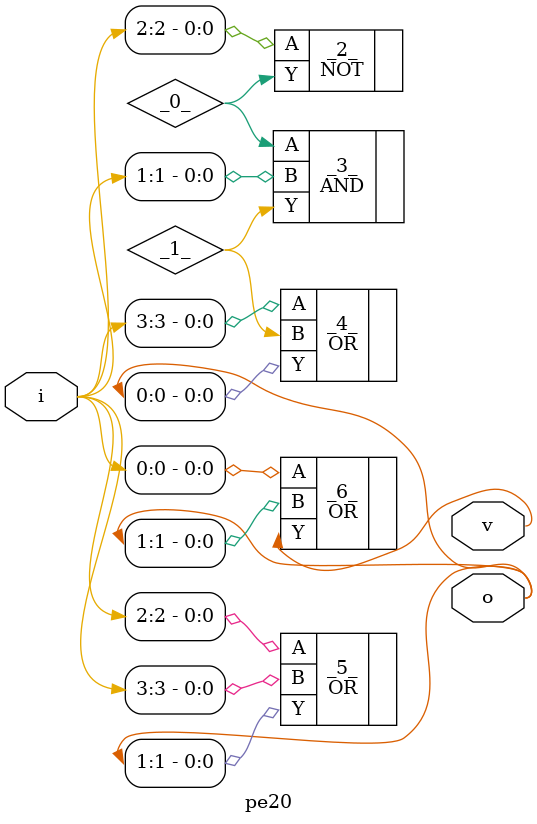
<source format=v>
/* Generated by Yosys 0.41+83 (git sha1 7045cf509, x86_64-w64-mingw32-g++ 13.2.1 -Os) */

/* cells_not_processed =  1  */
/* src = "pe20.v:1.1-11.10" */
module pe20(i, o, v);
  wire _0_;
  wire _1_;
  /* src = "pe20.v:3.17-3.18" */
  input [3:0] i;
  wire [3:0] i;
  /* src = "pe20.v:4.18-4.19" */
  output [1:0] o;
  wire [1:0] o;
  /* src = "pe20.v:5.12-5.13" */
  output v;
  wire v;
  NOT _2_ (
    .A(i[2]),
    .Y(_0_)
  );
  AND _3_ (
    .A(_0_),
    .B(i[1]),
    .Y(_1_)
  );
  OR _4_ (
    .A(i[3]),
    .B(_1_),
    .Y(o[0])
  );
  OR _5_ (
    .A(i[2]),
    .B(i[3]),
    .Y(o[1])
  );
  OR _6_ (
    .A(i[0]),
    .B(o[1]),
    .Y(v)
  );
endmodule

</source>
